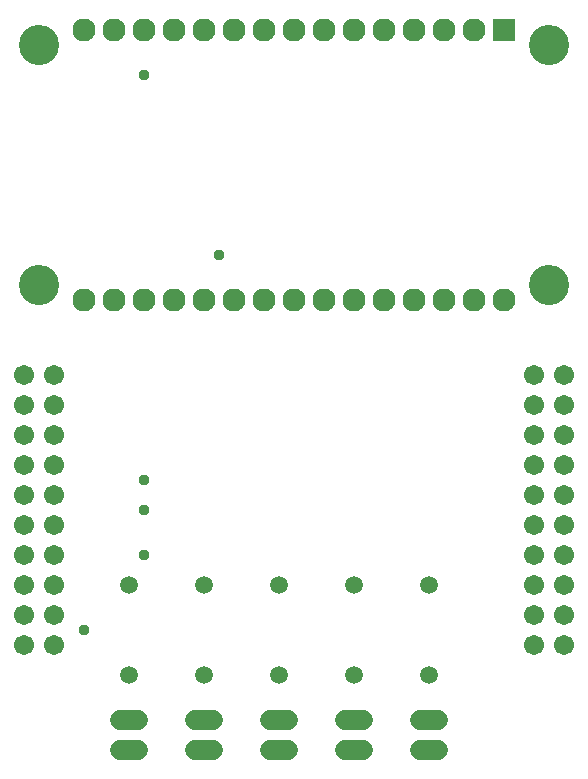
<source format=gbr>
G04 EAGLE Gerber RS-274X export*
G75*
%MOMM*%
%FSLAX34Y34*%
%LPD*%
%INSoldermask Top*%
%IPPOS*%
%AMOC8*
5,1,8,0,0,1.08239X$1,22.5*%
G01*
%ADD10C,1.711200*%
%ADD11C,1.727200*%
%ADD12R,1.955800X1.955800*%
%ADD13C,1.955800*%
%ADD14C,3.403200*%
%ADD15C,1.511200*%
%ADD16C,0.959600*%


D10*
X38100Y355600D03*
X38100Y330200D03*
X38100Y304800D03*
X38100Y279400D03*
X38100Y254000D03*
X38100Y228600D03*
X38100Y203200D03*
X38100Y177800D03*
X38100Y152400D03*
X38100Y127000D03*
X63500Y355600D03*
X63500Y330200D03*
X63500Y304800D03*
X63500Y279400D03*
X63500Y254000D03*
X63500Y228600D03*
X63500Y203200D03*
X63500Y177800D03*
X63500Y152400D03*
X63500Y127000D03*
X469900Y127000D03*
X469900Y152400D03*
X469900Y177800D03*
X469900Y203200D03*
X469900Y228600D03*
X469900Y254000D03*
X469900Y279400D03*
X469900Y304800D03*
X469900Y330200D03*
X469900Y355600D03*
X495300Y127000D03*
X495300Y152400D03*
X495300Y177800D03*
X495300Y203200D03*
X495300Y228600D03*
X495300Y254000D03*
X495300Y279400D03*
X495300Y304800D03*
X495300Y330200D03*
X495300Y355600D03*
D11*
X198120Y38100D02*
X182880Y38100D01*
X182880Y63500D02*
X198120Y63500D01*
X246380Y38100D02*
X261620Y38100D01*
X261620Y63500D02*
X246380Y63500D01*
X309880Y38100D02*
X325120Y38100D01*
X325120Y63500D02*
X309880Y63500D01*
X373380Y38100D02*
X388620Y38100D01*
X388620Y63500D02*
X373380Y63500D01*
X134620Y38100D02*
X119380Y38100D01*
X119380Y63500D02*
X134620Y63500D01*
D12*
X444500Y647700D03*
D13*
X419100Y647700D03*
X393700Y647700D03*
X368300Y647700D03*
X342900Y647700D03*
X317500Y647700D03*
X292100Y647700D03*
X266700Y647700D03*
X241300Y647700D03*
X215900Y647700D03*
X190500Y647700D03*
X165100Y647700D03*
X139700Y647700D03*
X114300Y647700D03*
X88900Y647700D03*
X444500Y419100D03*
X419100Y419100D03*
X393700Y419100D03*
X368300Y419100D03*
X342900Y419100D03*
X317500Y419100D03*
X292100Y419100D03*
X266700Y419100D03*
X241300Y419100D03*
X215900Y419100D03*
X190500Y419100D03*
X165100Y419100D03*
X139700Y419100D03*
X114300Y419100D03*
X88900Y419100D03*
D14*
X482600Y635000D03*
X482600Y431800D03*
X50800Y431800D03*
X50800Y635000D03*
D15*
X190500Y101600D03*
X190500Y177800D03*
X254000Y101600D03*
X254000Y177800D03*
X381000Y101600D03*
X381000Y177800D03*
X127000Y101600D03*
X127000Y177800D03*
X317500Y101600D03*
X317500Y177800D03*
D16*
X88900Y139700D03*
X139700Y241300D03*
X139700Y266700D03*
X139700Y203200D03*
X203200Y457200D03*
X139700Y609600D03*
M02*

</source>
